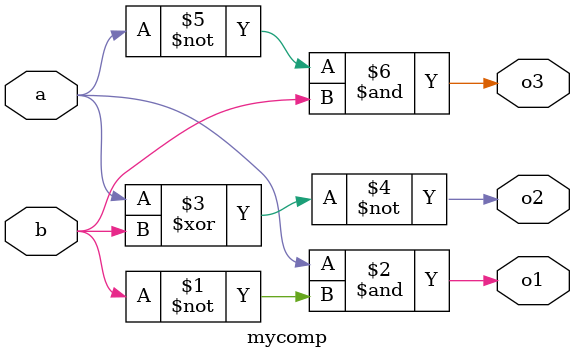
<source format=v>
module mycomp(
    input a,b,
    output o1,o2,o3
);

assign o1 = a & ~b;
assign o2 = ~(a^b);
assign o3 = ~a & b;

endmodule
</source>
